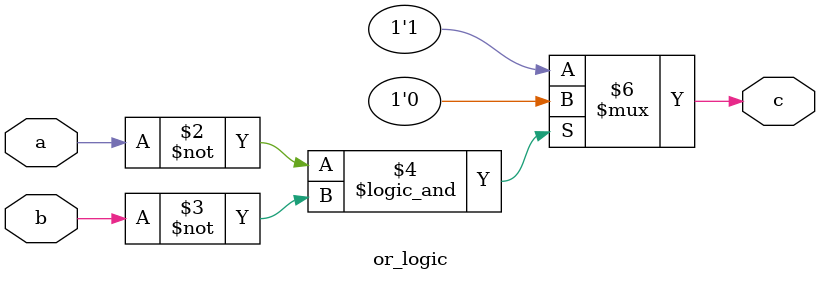
<source format=v>
module lpw(input a,b,output reg c);
//assign c = a|b;
always@(a or b)begin
if(a==1'b0 && b==1'b0)begin
c = 1'b0;
end
else if(a==1'b0 && b==1'b1)begin
c = 1'b1;
end
else if(a==1'b1 && b==1'b0)begin
c = 1'b1;
end
else
c = 1'b1;
end
endmodule

 module or_logic(input a,b, output reg c);
 always@(a or b)begin 
 if(a==0 && b==0)begin
 c = 0;
 end
 else 
 c=1;
 end
 endmodule
//or is formed using bubbled and but and is formed as and only
</source>
